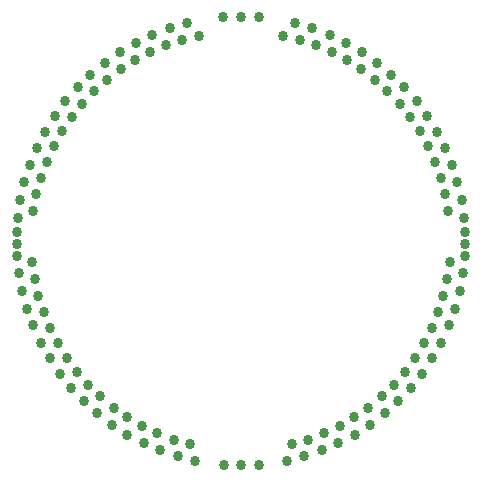
<source format=gbl>
G75*
%MOIN*%
%OFA0B0*%
%FSLAX24Y24*%
%IPPOS*%
%LPD*%
%AMOC8*
5,1,8,0,0,1.08239X$1,22.5*
%
%ADD10C,0.0337*%
D10*
X002874Y002797D03*
X003412Y002962D03*
X003013Y003353D03*
X002450Y003250D03*
X002637Y003788D03*
X002306Y004240D03*
X002079Y003713D03*
X001727Y004239D03*
X001999Y004740D03*
X001746Y005239D03*
X001437Y004757D03*
X001175Y005333D03*
X001525Y005783D03*
X001358Y006317D03*
X000973Y005891D03*
X000812Y006490D03*
X001230Y006878D03*
X000703Y007074D03*
X001151Y007432D03*
X000626Y007650D03*
X000626Y008044D03*
X000626Y008438D03*
X000668Y008916D03*
X001188Y009149D03*
X000751Y009504D03*
X001290Y009699D03*
X000890Y010108D03*
X001442Y010254D03*
X001632Y010780D03*
X001308Y011260D03*
X001876Y011314D03*
X002149Y011802D03*
X001901Y012318D03*
X002251Y012797D03*
X002470Y012279D03*
X002819Y012717D03*
X003222Y013144D03*
X003637Y013519D03*
X003090Y013691D03*
X002667Y013275D03*
X003578Y014094D03*
X004104Y013875D03*
X004575Y014176D03*
X004064Y014436D03*
X004599Y014748D03*
X005083Y014446D03*
X005597Y014668D03*
X005134Y015006D03*
X005725Y015232D03*
X006153Y014855D03*
X006295Y015400D03*
X006696Y014990D03*
X007516Y015623D03*
X008106Y015623D03*
X008697Y015623D03*
X009516Y014990D03*
X010059Y014855D03*
X009918Y015400D03*
X010487Y015232D03*
X010616Y014668D03*
X011129Y014446D03*
X011613Y014748D03*
X011079Y015006D03*
X011637Y014176D03*
X012108Y013875D03*
X012149Y014436D03*
X012634Y014094D03*
X013122Y013691D03*
X012991Y013144D03*
X012575Y013519D03*
X013394Y012717D03*
X013742Y012279D03*
X013961Y012797D03*
X014311Y012318D03*
X014063Y011802D03*
X014337Y011314D03*
X014636Y011790D03*
X014904Y011260D03*
X014581Y010780D03*
X014771Y010254D03*
X015144Y010674D03*
X015322Y010108D03*
X014922Y009699D03*
X015024Y009149D03*
X015461Y009504D03*
X015545Y008916D03*
X015587Y008438D03*
X015587Y008044D03*
X015587Y007650D03*
X015061Y007432D03*
X015509Y007074D03*
X014982Y006878D03*
X015400Y006490D03*
X014855Y006317D03*
X015239Y005891D03*
X014687Y005783D03*
X015037Y005333D03*
X014466Y005239D03*
X014214Y004740D03*
X014776Y004757D03*
X014485Y004239D03*
X014133Y003713D03*
X013576Y003788D03*
X013907Y004240D03*
X013762Y003250D03*
X013200Y003353D03*
X012800Y002962D03*
X012349Y002586D03*
X011891Y002265D03*
X012395Y002014D03*
X011895Y001694D03*
X011395Y001973D03*
X010891Y001730D03*
X011348Y001402D03*
X010803Y001167D03*
X010343Y001519D03*
X009807Y001361D03*
X010204Y000963D03*
X009627Y000820D03*
X008697Y000662D03*
X008106Y000662D03*
X007535Y000662D03*
X006585Y000820D03*
X006406Y001361D03*
X005869Y001519D03*
X005410Y001167D03*
X005321Y001730D03*
X004817Y001973D03*
X004318Y001694D03*
X003818Y002014D03*
X004321Y002265D03*
X003863Y002586D03*
X003315Y002400D03*
X004864Y001402D03*
X006009Y000963D03*
X012897Y002400D03*
X013338Y002797D03*
X013546Y013275D03*
X001576Y011790D03*
X001068Y010674D03*
M02*

</source>
